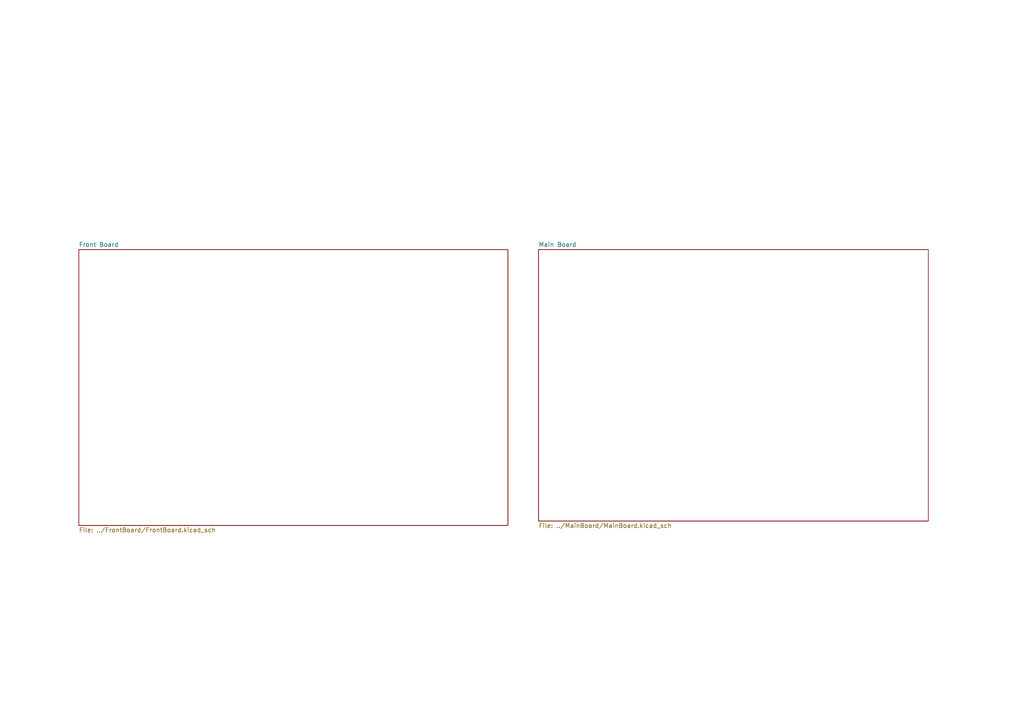
<source format=kicad_sch>
(kicad_sch (version 20211123) (generator eeschema)
  (paper "A4")
  (lib_symbols)
  (sheet (at 22.86 72.39) (size 124.46 80.01) (stroke (width 0.1524))
    (property "Sheet name" "Front Board" (at 22.86 71.6784 0) (effects (justify left bottom)))
    (property "Sheet file" "../FrontBoard/FrontBoard.kicad_sch" (at 22.86 152.9846 0) (effects (justify left top)))
  )
  (sheet (at 156.21 72.39) (size 113.03 78.74) (stroke (width 0.1524))
    (property "Sheet name" "Main Board" (at 156.21 71.6784 0) (effects (justify left bottom)))
    (property "Sheet file" "../MainBoard/MainBoard.kicad_sch" (at 156.21 151.7146 0) (effects (justify left top)))
  )
)
</source>
